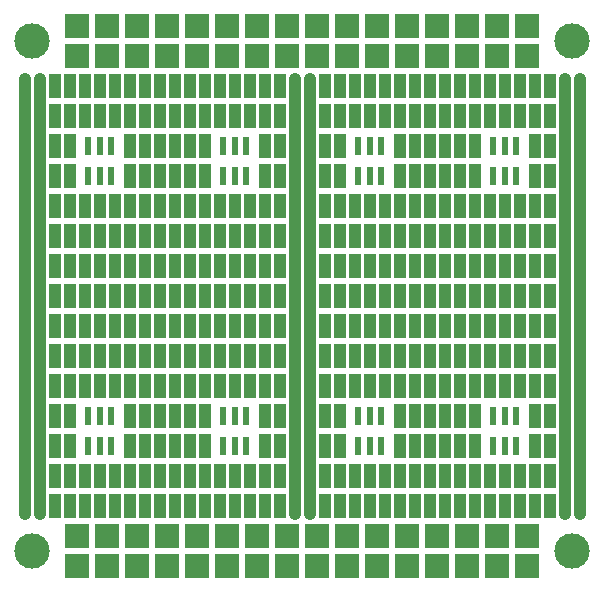
<source format=gbr>
G04 #@! TF.FileFunction,Copper,L1,Top,Signal*
%FSLAX46Y46*%
G04 Gerber Fmt 4.6, Leading zero omitted, Abs format (unit mm)*
G04 Created by KiCad (PCBNEW 0.201602201416+6573~42~ubuntu14.04.1-product) date mer. 24 févr. 2016 22:45:01 CET*
%MOMM*%
G01*
G04 APERTURE LIST*
%ADD10C,0.100000*%
%ADD11R,1.000000X2.000000*%
%ADD12R,1.998980X1.998980*%
%ADD13R,0.579120X1.500000*%
%ADD14C,3.000000*%
%ADD15C,1.000000*%
G04 APERTURE END LIST*
D10*
D11*
X189865000Y-109220000D03*
X189865000Y-111760000D03*
X188595000Y-111760000D03*
X188595000Y-109220000D03*
X180975000Y-111760000D03*
X180975000Y-109220000D03*
X189865000Y-116840000D03*
X191135000Y-111760000D03*
X189865000Y-119380000D03*
X189865000Y-114300000D03*
X191135000Y-116840000D03*
X191135000Y-114300000D03*
X191135000Y-119380000D03*
X189865000Y-104140000D03*
X191135000Y-104140000D03*
X189865000Y-106680000D03*
X191135000Y-106680000D03*
X191135000Y-109220000D03*
X191135000Y-101600000D03*
X191135000Y-93980000D03*
X189865000Y-93980000D03*
X189865000Y-96520000D03*
X191135000Y-96520000D03*
X189865000Y-99060000D03*
X189865000Y-101600000D03*
X191135000Y-99060000D03*
X191135000Y-83820000D03*
X191135000Y-86360000D03*
X191135000Y-88900000D03*
X191135000Y-91440000D03*
X189865000Y-88900000D03*
X189865000Y-91440000D03*
X189865000Y-86360000D03*
X189865000Y-83820000D03*
X164465000Y-116840000D03*
X164465000Y-111760000D03*
X165735000Y-111760000D03*
X164465000Y-119380000D03*
X164465000Y-114300000D03*
X165735000Y-116840000D03*
X165735000Y-114300000D03*
X165735000Y-119380000D03*
X164465000Y-104140000D03*
X165735000Y-104140000D03*
X164465000Y-106680000D03*
X165735000Y-106680000D03*
X164465000Y-109220000D03*
X165735000Y-109220000D03*
X165735000Y-101600000D03*
X165735000Y-93980000D03*
X164465000Y-93980000D03*
X164465000Y-96520000D03*
X165735000Y-96520000D03*
X164465000Y-99060000D03*
X164465000Y-101600000D03*
X165735000Y-99060000D03*
X165735000Y-83820000D03*
X165735000Y-86360000D03*
X165735000Y-88900000D03*
X165735000Y-91440000D03*
X164465000Y-88900000D03*
X164465000Y-91440000D03*
X164465000Y-86360000D03*
X164465000Y-83820000D03*
D12*
X163830000Y-81280000D03*
X163830000Y-78740000D03*
X189230000Y-81280000D03*
X189230000Y-78740000D03*
X189230000Y-124460000D03*
X189230000Y-121920000D03*
X163830000Y-124460000D03*
X163830000Y-121920000D03*
D11*
X197485000Y-119380000D03*
X197485000Y-116840000D03*
X198755000Y-119380000D03*
X198755000Y-116840000D03*
X197485000Y-114300000D03*
X198755000Y-114300000D03*
X197485000Y-106680000D03*
X198755000Y-106680000D03*
X198755000Y-109220000D03*
X198755000Y-111760000D03*
X197485000Y-109220000D03*
X197485000Y-111760000D03*
X197485000Y-104140000D03*
X198755000Y-104140000D03*
X194945000Y-109220000D03*
X196215000Y-109220000D03*
X196215000Y-116840000D03*
X193675000Y-116840000D03*
X194945000Y-116840000D03*
X194945000Y-119380000D03*
X196215000Y-119380000D03*
X192405000Y-114300000D03*
X187325000Y-116840000D03*
X188595000Y-116840000D03*
X187325000Y-114300000D03*
X192405000Y-116840000D03*
X193675000Y-119380000D03*
X188595000Y-119380000D03*
X192405000Y-119380000D03*
X187325000Y-119380000D03*
X186055000Y-119380000D03*
X182245000Y-119380000D03*
X183515000Y-119380000D03*
X184785000Y-119380000D03*
X180975000Y-114300000D03*
X180975000Y-116840000D03*
X182245000Y-116840000D03*
X179705000Y-114300000D03*
X170815000Y-109220000D03*
X179705000Y-116840000D03*
X183515000Y-116840000D03*
X193675000Y-109220000D03*
X188595000Y-114300000D03*
X186055000Y-114300000D03*
X172085000Y-109220000D03*
X184785000Y-116840000D03*
X186055000Y-116840000D03*
X173355000Y-109220000D03*
X179705000Y-119380000D03*
X180975000Y-119380000D03*
X187325000Y-109220000D03*
X192405000Y-111760000D03*
D13*
X193995040Y-114280000D03*
X194945000Y-114280000D03*
X195895000Y-114280000D03*
X195895000Y-111780000D03*
X194945000Y-111780000D03*
X193995000Y-111780000D03*
D11*
X192405000Y-109220000D03*
X186055000Y-111760000D03*
X187325000Y-111760000D03*
X187325000Y-106680000D03*
X192405000Y-104140000D03*
X188595000Y-106680000D03*
X192405000Y-106680000D03*
X188595000Y-104140000D03*
X187325000Y-104140000D03*
X186055000Y-104140000D03*
X183515000Y-104140000D03*
X186055000Y-109220000D03*
X184785000Y-104140000D03*
X186055000Y-106680000D03*
X184785000Y-106680000D03*
X183515000Y-106680000D03*
X193675000Y-106680000D03*
X193675000Y-104140000D03*
X194945000Y-106680000D03*
X196215000Y-106680000D03*
X196215000Y-104140000D03*
X194945000Y-104140000D03*
X179705000Y-106680000D03*
X180975000Y-106680000D03*
X182245000Y-104140000D03*
X179705000Y-104140000D03*
X180975000Y-104140000D03*
X182245000Y-106680000D03*
D13*
X182565040Y-114280000D03*
X183515000Y-114280000D03*
X184465000Y-114280000D03*
X184465000Y-111780000D03*
X183515000Y-111780000D03*
X182565000Y-111780000D03*
D11*
X179705000Y-111760000D03*
X179705000Y-109220000D03*
X174625000Y-119380000D03*
X174625000Y-116840000D03*
X175895000Y-119380000D03*
X175895000Y-116840000D03*
X174625000Y-114300000D03*
X175895000Y-114300000D03*
X174625000Y-106680000D03*
X175895000Y-106680000D03*
X175895000Y-109220000D03*
X175895000Y-111760000D03*
X174625000Y-109220000D03*
X174625000Y-111760000D03*
X174625000Y-104140000D03*
X175895000Y-104140000D03*
X183515000Y-109220000D03*
X184785000Y-109220000D03*
X173355000Y-116840000D03*
X170815000Y-116840000D03*
X172085000Y-116840000D03*
X172085000Y-119380000D03*
X173355000Y-119380000D03*
X169545000Y-114300000D03*
X167005000Y-116840000D03*
X168275000Y-116840000D03*
X167005000Y-114300000D03*
X169545000Y-116840000D03*
X170815000Y-119380000D03*
X168275000Y-119380000D03*
X169545000Y-119380000D03*
X167005000Y-119380000D03*
X163195000Y-119380000D03*
X159385000Y-119380000D03*
X160655000Y-119380000D03*
X161925000Y-119380000D03*
X158115000Y-114300000D03*
X158115000Y-116840000D03*
X159385000Y-116840000D03*
X156845000Y-114300000D03*
X159385000Y-109220000D03*
X156845000Y-116840000D03*
X160655000Y-116840000D03*
X182245000Y-109220000D03*
X168275000Y-114300000D03*
X163195000Y-114300000D03*
X160655000Y-109220000D03*
X161925000Y-116840000D03*
X163195000Y-116840000D03*
X161925000Y-109220000D03*
X156845000Y-119380000D03*
X158115000Y-119380000D03*
X167005000Y-109220000D03*
X169545000Y-111760000D03*
D13*
X171135040Y-114280000D03*
X172085000Y-114280000D03*
X173035000Y-114280000D03*
X173035000Y-111780000D03*
X172085000Y-111780000D03*
X171135000Y-111780000D03*
D11*
X168275000Y-109220000D03*
X169545000Y-109220000D03*
X163195000Y-111760000D03*
X168275000Y-111760000D03*
X167005000Y-111760000D03*
X167005000Y-106680000D03*
X169545000Y-104140000D03*
X168275000Y-106680000D03*
X169545000Y-106680000D03*
X168275000Y-104140000D03*
X167005000Y-104140000D03*
X163195000Y-104140000D03*
X160655000Y-104140000D03*
X163195000Y-109220000D03*
X161925000Y-104140000D03*
X163195000Y-106680000D03*
X161925000Y-106680000D03*
X160655000Y-106680000D03*
X170815000Y-106680000D03*
X170815000Y-104140000D03*
X172085000Y-106680000D03*
X173355000Y-106680000D03*
X173355000Y-104140000D03*
X172085000Y-104140000D03*
X156845000Y-106680000D03*
X158115000Y-106680000D03*
X159385000Y-104140000D03*
X156845000Y-104140000D03*
X158115000Y-104140000D03*
X159385000Y-106680000D03*
X158115000Y-111760000D03*
D13*
X159705040Y-114280000D03*
X160655000Y-114280000D03*
X161605000Y-114280000D03*
X161605000Y-111780000D03*
X160655000Y-111780000D03*
X159705000Y-111780000D03*
D11*
X156845000Y-111760000D03*
X158115000Y-109220000D03*
X156845000Y-109220000D03*
X198755000Y-101600000D03*
X198755000Y-99060000D03*
X197485000Y-99060000D03*
X196215000Y-99060000D03*
X197485000Y-101600000D03*
X196215000Y-101600000D03*
X198755000Y-88900000D03*
D13*
X193995040Y-91400000D03*
X194945000Y-91400000D03*
X195895000Y-91400000D03*
X195895000Y-88900000D03*
X194945000Y-88900000D03*
X193995000Y-88900000D03*
D11*
X198755000Y-91440000D03*
X197485000Y-88900000D03*
X197485000Y-91440000D03*
X192405000Y-91440000D03*
X192405000Y-88900000D03*
X193675000Y-86360000D03*
X192405000Y-86360000D03*
X188595000Y-86360000D03*
X188595000Y-83820000D03*
X192405000Y-83820000D03*
X194945000Y-83820000D03*
X193675000Y-83820000D03*
X198755000Y-86360000D03*
X197485000Y-86360000D03*
X196215000Y-83820000D03*
X196215000Y-86360000D03*
X197485000Y-83820000D03*
X194945000Y-86360000D03*
X184785000Y-99060000D03*
X183515000Y-99060000D03*
X183515000Y-96520000D03*
X184785000Y-96520000D03*
X180975000Y-101600000D03*
X179705000Y-101600000D03*
X184785000Y-101600000D03*
X183515000Y-101600000D03*
X182245000Y-101600000D03*
X179705000Y-99060000D03*
X180975000Y-99060000D03*
X182245000Y-99060000D03*
X179705000Y-96520000D03*
X180975000Y-96520000D03*
X182245000Y-96520000D03*
X184785000Y-93980000D03*
X183515000Y-93980000D03*
X179705000Y-93980000D03*
X182245000Y-93980000D03*
X180975000Y-93980000D03*
X198755000Y-83820000D03*
X180975000Y-83820000D03*
X183515000Y-83820000D03*
X182245000Y-83820000D03*
X179705000Y-83820000D03*
X183515000Y-86360000D03*
X184785000Y-86360000D03*
X179705000Y-86360000D03*
X180975000Y-86360000D03*
X182245000Y-86360000D03*
X180975000Y-91440000D03*
X179705000Y-91440000D03*
D13*
X182565040Y-91400000D03*
X183515000Y-91400000D03*
X184465000Y-91400000D03*
X184465000Y-88900000D03*
X183515000Y-88900000D03*
X182565000Y-88900000D03*
D11*
X179705000Y-88900000D03*
X180975000Y-88900000D03*
X184785000Y-83820000D03*
X187325000Y-83820000D03*
X186055000Y-83820000D03*
X187325000Y-88900000D03*
X186055000Y-86360000D03*
X186055000Y-91440000D03*
X186055000Y-88900000D03*
X187325000Y-86360000D03*
X187325000Y-91440000D03*
X188595000Y-88900000D03*
X188595000Y-91440000D03*
X198755000Y-93980000D03*
X198755000Y-96520000D03*
X197485000Y-96520000D03*
X196215000Y-96520000D03*
X197485000Y-93980000D03*
X187325000Y-99060000D03*
X186055000Y-99060000D03*
X188595000Y-99060000D03*
X188595000Y-101600000D03*
X187325000Y-101600000D03*
X186055000Y-101600000D03*
X192405000Y-93980000D03*
X187325000Y-93980000D03*
X188595000Y-93980000D03*
X186055000Y-93980000D03*
X194945000Y-96520000D03*
X194945000Y-93980000D03*
X193675000Y-93980000D03*
X196215000Y-93980000D03*
X192405000Y-101600000D03*
X192405000Y-99060000D03*
X194945000Y-99060000D03*
X194945000Y-101600000D03*
X193675000Y-101600000D03*
X193675000Y-99060000D03*
X187325000Y-96520000D03*
X192405000Y-96520000D03*
X193675000Y-96520000D03*
X188595000Y-96520000D03*
X186055000Y-96520000D03*
D12*
X166370000Y-124460000D03*
X168910000Y-121920000D03*
X168910000Y-124460000D03*
X161290000Y-121920000D03*
X166370000Y-121920000D03*
X171450000Y-124460000D03*
X171450000Y-121920000D03*
X173990000Y-124460000D03*
X173990000Y-121920000D03*
X176530000Y-121920000D03*
X194310000Y-124460000D03*
X194310000Y-121920000D03*
X191770000Y-121920000D03*
X196850000Y-124460000D03*
X196850000Y-121920000D03*
X181610000Y-121920000D03*
X179070000Y-124460000D03*
X181610000Y-124460000D03*
X179070000Y-121920000D03*
X176530000Y-124460000D03*
X184150000Y-124460000D03*
X184150000Y-121920000D03*
X191770000Y-124460000D03*
X186690000Y-121920000D03*
X186690000Y-124460000D03*
X158750000Y-124460000D03*
X161290000Y-124460000D03*
X158750000Y-121920000D03*
D11*
X156845000Y-101600000D03*
X156845000Y-99060000D03*
X158115000Y-99060000D03*
X158115000Y-101600000D03*
X159385000Y-99060000D03*
X159385000Y-101600000D03*
X160655000Y-101600000D03*
X160655000Y-99060000D03*
X161925000Y-99060000D03*
X161925000Y-101600000D03*
X163195000Y-99060000D03*
X163195000Y-101600000D03*
X167005000Y-83820000D03*
X167005000Y-86360000D03*
X167005000Y-88900000D03*
X167005000Y-91440000D03*
X167005000Y-93980000D03*
X163195000Y-93980000D03*
X167005000Y-96520000D03*
X163195000Y-96520000D03*
X161925000Y-93980000D03*
X156845000Y-93980000D03*
X160655000Y-93980000D03*
X158115000Y-93980000D03*
X159385000Y-93980000D03*
X156845000Y-96520000D03*
X161925000Y-96520000D03*
X158115000Y-96520000D03*
X159385000Y-96520000D03*
X160655000Y-96520000D03*
X163195000Y-91440000D03*
X159385000Y-86360000D03*
X163195000Y-88900000D03*
D13*
X159705040Y-91400000D03*
X160655000Y-91400000D03*
X161605000Y-91400000D03*
X161605000Y-88900000D03*
X160655000Y-88900000D03*
X159705000Y-88900000D03*
D11*
X158115000Y-88900000D03*
X158115000Y-83820000D03*
X156845000Y-83820000D03*
X156845000Y-88900000D03*
X158115000Y-86360000D03*
X158115000Y-91440000D03*
X156845000Y-91440000D03*
X156845000Y-86360000D03*
X159385000Y-83820000D03*
X163195000Y-83820000D03*
X161925000Y-83820000D03*
X163195000Y-86360000D03*
X160655000Y-86360000D03*
X161925000Y-86360000D03*
X160655000Y-83820000D03*
X167005000Y-99060000D03*
X167005000Y-101600000D03*
X175895000Y-83820000D03*
X170815000Y-83820000D03*
X169545000Y-83820000D03*
X168275000Y-83820000D03*
X174625000Y-83820000D03*
X172085000Y-83820000D03*
X173355000Y-83820000D03*
D12*
X181610000Y-81280000D03*
X179070000Y-81280000D03*
X176530000Y-81280000D03*
X184150000Y-81280000D03*
X196850000Y-81280000D03*
X186690000Y-81280000D03*
X191770000Y-81280000D03*
X194310000Y-81280000D03*
X161290000Y-81280000D03*
X158750000Y-81280000D03*
X173990000Y-81280000D03*
X168910000Y-81280000D03*
X166370000Y-81280000D03*
X171450000Y-81280000D03*
X161290000Y-78740000D03*
X158750000Y-78740000D03*
X196850000Y-78740000D03*
X194310000Y-78740000D03*
X191770000Y-78740000D03*
X186690000Y-78740000D03*
X184150000Y-78740000D03*
X181610000Y-78740000D03*
X179070000Y-78740000D03*
X176530000Y-78740000D03*
X173990000Y-78740000D03*
X168910000Y-78740000D03*
X171450000Y-78740000D03*
X166370000Y-78740000D03*
D11*
X169545000Y-101600000D03*
X170815000Y-101600000D03*
X168275000Y-101600000D03*
X172085000Y-101600000D03*
X175895000Y-101600000D03*
X173355000Y-101600000D03*
X174625000Y-101600000D03*
X169545000Y-99060000D03*
X170815000Y-99060000D03*
X168275000Y-99060000D03*
X172085000Y-99060000D03*
X175895000Y-99060000D03*
X173355000Y-99060000D03*
X174625000Y-99060000D03*
X169545000Y-96520000D03*
X170815000Y-96520000D03*
X168275000Y-96520000D03*
X172085000Y-96520000D03*
X175895000Y-96520000D03*
X173355000Y-96520000D03*
X174625000Y-96520000D03*
X174625000Y-93980000D03*
X175895000Y-93980000D03*
X174625000Y-88900000D03*
X174625000Y-86360000D03*
X175895000Y-88900000D03*
X175895000Y-86360000D03*
X175895000Y-91440000D03*
X174625000Y-91440000D03*
X169545000Y-93980000D03*
X168275000Y-93980000D03*
X169545000Y-91440000D03*
X168275000Y-91440000D03*
X169545000Y-88900000D03*
X168275000Y-88900000D03*
X168275000Y-86360000D03*
X169545000Y-86360000D03*
X173355000Y-93980000D03*
X172085000Y-93980000D03*
X170815000Y-93980000D03*
X173355000Y-86360000D03*
X172085000Y-86360000D03*
X170815000Y-86360000D03*
D13*
X171135040Y-91400000D03*
X172085000Y-91400000D03*
X173035000Y-91400000D03*
X173035000Y-88900000D03*
X172085000Y-88900000D03*
X171135000Y-88900000D03*
D14*
X154940000Y-80010000D03*
X154940000Y-123190000D03*
X200660000Y-123190000D03*
X200660000Y-80010000D03*
D15*
X154305000Y-83185000D02*
X154305000Y-120015000D01*
X155575000Y-83185000D02*
X155575000Y-120015000D01*
X201295000Y-83185000D02*
X201295000Y-120015000D01*
X200025000Y-83185000D02*
X200025000Y-120015000D01*
X177165000Y-83185000D02*
X177165000Y-120015000D01*
X178435000Y-83185000D02*
X178435000Y-120015000D01*
M02*

</source>
